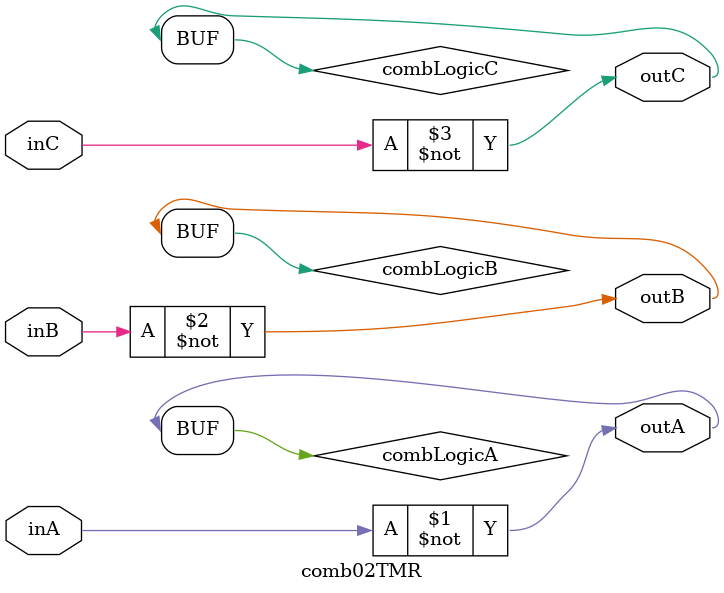
<source format=v>
module comb02TMR(
  inA,  inB,  inC,
  outA, outB, outC
);
input inA, inB, inC;
output outA, outB, outC;
wire combLogicA, combLogicB, combLogicC;
assign combLogicA =  ~inA;
assign combLogicB =  ~inB;
assign combLogicC =  ~inC;
assign outA =  combLogicA;
assign outB =  combLogicB;
assign outC =  combLogicC;
endmodule

</source>
